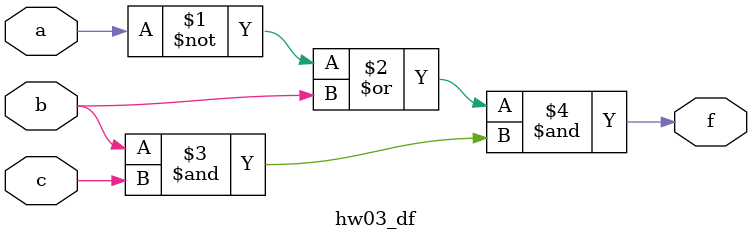
<source format=v>
`timescale 1ns / 1ps

module hw03_df(
    input a,
    input b,
    input c,
    output f
);

    assign f = (~a | b) & (b & c);

endmodule


</source>
